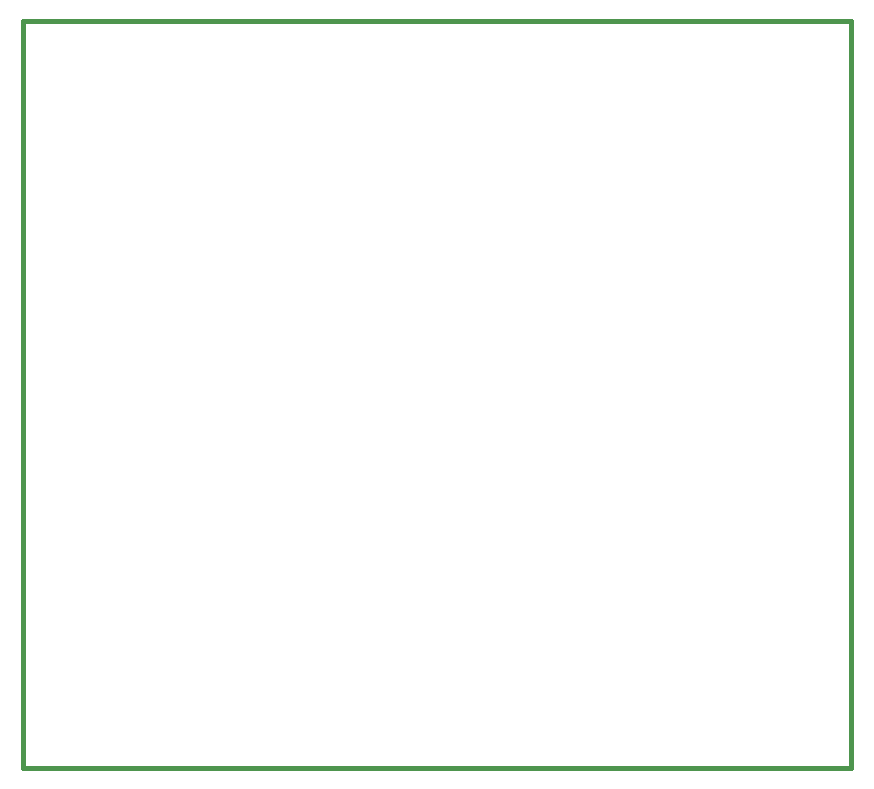
<source format=gko>
G75*
%MOIN*%
%OFA0B0*%
%FSLAX25Y25*%
%IPPOS*%
%LPD*%
%AMOC8*
5,1,8,0,0,1.08239X$1,22.5*
%
%ADD10C,0.01600*%
D10*
X0089874Y0025658D02*
X0089874Y0274532D01*
X0103653Y0274532D01*
X0101685Y0274532D02*
X0365913Y0274532D01*
X0365913Y0025658D01*
X0089874Y0025658D01*
M02*

</source>
